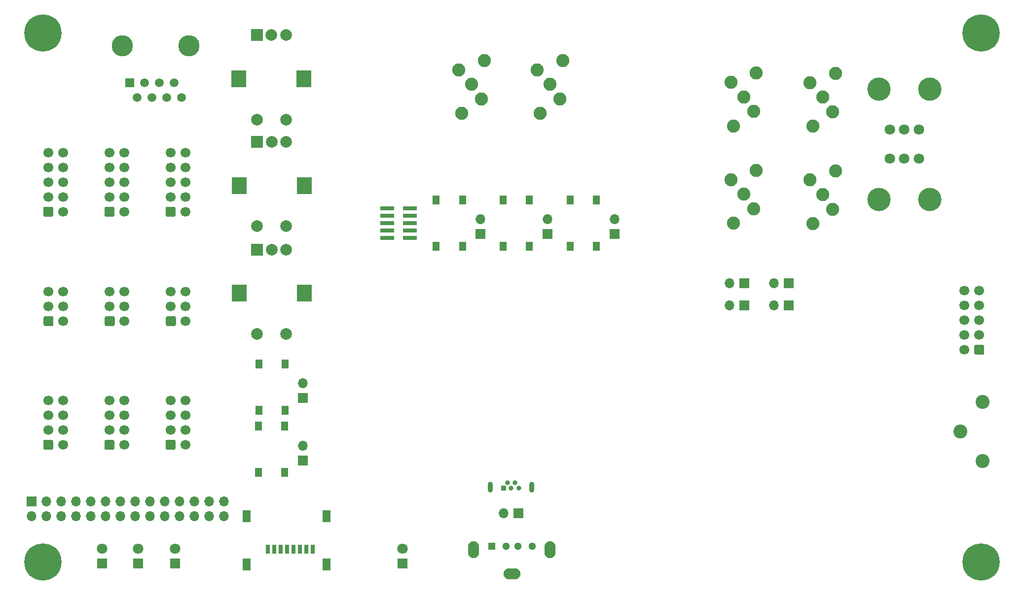
<source format=gbr>
%TF.GenerationSoftware,KiCad,Pcbnew,(5.1.8-0-10_14)*%
%TF.CreationDate,2021-03-03T20:06:49+01:00*%
%TF.ProjectId,KLST_CORE,4b4c5354-5f43-44f5-9245-2e6b69636164,v0.1*%
%TF.SameCoordinates,Original*%
%TF.FileFunction,Soldermask,Bot*%
%TF.FilePolarity,Negative*%
%FSLAX46Y46*%
G04 Gerber Fmt 4.6, Leading zero omitted, Abs format (unit mm)*
G04 Created by KiCad (PCBNEW (5.1.8-0-10_14)) date 2021-03-03 20:06:49*
%MOMM*%
%LPD*%
G01*
G04 APERTURE LIST*
%ADD10C,1.700000*%
%ADD11O,1.700000X1.700000*%
%ADD12R,1.700000X1.700000*%
%ADD13R,2.000000X2.000000*%
%ADD14C,2.000000*%
%ADD15R,2.500000X3.000000*%
%ADD16C,3.650000*%
%ADD17R,1.500000X1.500000*%
%ADD18C,1.500000*%
%ADD19C,1.800000*%
%ADD20R,1.800000X1.800000*%
%ADD21R,1.300000X1.550000*%
%ADD22C,2.250000*%
%ADD23C,2.400000*%
%ADD24C,4.000000*%
%ADD25R,2.400000X0.740000*%
%ADD26O,0.850000X1.850000*%
%ADD27C,0.840000*%
%ADD28R,0.840000X0.840000*%
%ADD29O,2.900000X1.900000*%
%ADD30O,1.900000X2.900000*%
%ADD31C,1.300000*%
%ADD32R,1.300000X1.300000*%
%ADD33R,0.800000X1.500000*%
%ADD34R,1.450000X2.000000*%
%ADD35C,0.800000*%
%ADD36C,6.400000*%
G04 APERTURE END LIST*
D10*
%TO.C,J24*%
X72930000Y-120680000D03*
X72930000Y-123220000D03*
X72930000Y-125760000D03*
X72930000Y-128300000D03*
X70390000Y-120680000D03*
X70390000Y-123220000D03*
X70390000Y-125760000D03*
G36*
G01*
X69540000Y-128900000D02*
X69540000Y-127700000D01*
G75*
G02*
X69790000Y-127450000I250000J0D01*
G01*
X70990000Y-127450000D01*
G75*
G02*
X71240000Y-127700000I0J-250000D01*
G01*
X71240000Y-128900000D01*
G75*
G02*
X70990000Y-129150000I-250000J0D01*
G01*
X69790000Y-129150000D01*
G75*
G02*
X69540000Y-128900000I0J250000D01*
G01*
G37*
%TD*%
D11*
%TO.C,J5*%
X79520000Y-140630000D03*
X79520000Y-138090000D03*
X76980000Y-140630000D03*
X76980000Y-138090000D03*
X74440000Y-140630000D03*
X74440000Y-138090000D03*
X71900000Y-140630000D03*
X71900000Y-138090000D03*
X69360000Y-140630000D03*
X69360000Y-138090000D03*
X66820000Y-140630000D03*
X66820000Y-138090000D03*
X64280000Y-140630000D03*
X64280000Y-138090000D03*
X61740000Y-140630000D03*
X61740000Y-138090000D03*
X59200000Y-140630000D03*
X59200000Y-138090000D03*
X56660000Y-140630000D03*
X56660000Y-138090000D03*
X54120000Y-140630000D03*
X54120000Y-138090000D03*
X51580000Y-140630000D03*
X51580000Y-138090000D03*
X49040000Y-140630000D03*
X49040000Y-138090000D03*
X46500000Y-140630000D03*
D12*
X46500000Y-138090000D03*
%TD*%
D13*
%TO.C,SW8*%
X85200000Y-57900000D03*
D14*
X87700000Y-57900000D03*
X90200000Y-57900000D03*
D15*
X82100000Y-65400000D03*
X93300000Y-65400000D03*
D14*
X85200000Y-72400000D03*
X90200000Y-72400000D03*
%TD*%
D16*
%TO.C,J1*%
X73560000Y-59750000D03*
X62130000Y-59750000D03*
D17*
X63400000Y-66100000D03*
D18*
X64670000Y-68640000D03*
X65940000Y-66100000D03*
X67210000Y-68640000D03*
X68480000Y-66100000D03*
X69750000Y-68640000D03*
X71020000Y-66100000D03*
X72290000Y-68640000D03*
%TD*%
D10*
%TO.C,J16*%
X51940000Y-78090000D03*
X51940000Y-80630000D03*
X51940000Y-83170000D03*
X51940000Y-85710000D03*
X51940000Y-88250000D03*
X49400000Y-78090000D03*
X49400000Y-80630000D03*
X49400000Y-83170000D03*
X49400000Y-85710000D03*
G36*
G01*
X48550000Y-88850000D02*
X48550000Y-87650000D01*
G75*
G02*
X48800000Y-87400000I250000J0D01*
G01*
X50000000Y-87400000D01*
G75*
G02*
X50250000Y-87650000I0J-250000D01*
G01*
X50250000Y-88850000D01*
G75*
G02*
X50000000Y-89100000I-250000J0D01*
G01*
X48800000Y-89100000D01*
G75*
G02*
X48550000Y-88850000I0J250000D01*
G01*
G37*
%TD*%
%TO.C,J8*%
X206660000Y-101820000D03*
X206660000Y-104360000D03*
X206660000Y-106900000D03*
X206660000Y-109440000D03*
X206660000Y-111980000D03*
X209200000Y-101820000D03*
X209200000Y-104360000D03*
X209200000Y-106900000D03*
X209200000Y-109440000D03*
G36*
G01*
X210050000Y-111380000D02*
X210050000Y-112580000D01*
G75*
G02*
X209800000Y-112830000I-250000J0D01*
G01*
X208600000Y-112830000D01*
G75*
G02*
X208350000Y-112580000I0J250000D01*
G01*
X208350000Y-111380000D01*
G75*
G02*
X208600000Y-111130000I250000J0D01*
G01*
X209800000Y-111130000D01*
G75*
G02*
X210050000Y-111380000I0J-250000D01*
G01*
G37*
%TD*%
%TO.C,J19*%
X62490000Y-101970000D03*
X62490000Y-104510000D03*
X62490000Y-107050000D03*
X59950000Y-101970000D03*
X59950000Y-104510000D03*
G36*
G01*
X59100000Y-107650000D02*
X59100000Y-106450000D01*
G75*
G02*
X59350000Y-106200000I250000J0D01*
G01*
X60550000Y-106200000D01*
G75*
G02*
X60800000Y-106450000I0J-250000D01*
G01*
X60800000Y-107650000D01*
G75*
G02*
X60550000Y-107900000I-250000J0D01*
G01*
X59350000Y-107900000D01*
G75*
G02*
X59100000Y-107650000I0J250000D01*
G01*
G37*
%TD*%
%TO.C,J17*%
X51990000Y-101970000D03*
X51990000Y-104510000D03*
X51990000Y-107050000D03*
X49450000Y-101970000D03*
X49450000Y-104510000D03*
G36*
G01*
X48600000Y-107650000D02*
X48600000Y-106450000D01*
G75*
G02*
X48850000Y-106200000I250000J0D01*
G01*
X50050000Y-106200000D01*
G75*
G02*
X50300000Y-106450000I0J-250000D01*
G01*
X50300000Y-107650000D01*
G75*
G02*
X50050000Y-107900000I-250000J0D01*
G01*
X48850000Y-107900000D01*
G75*
G02*
X48600000Y-107650000I0J250000D01*
G01*
G37*
%TD*%
%TO.C,J22*%
X72990000Y-101970000D03*
X72990000Y-104510000D03*
X72990000Y-107050000D03*
X70450000Y-101970000D03*
X70450000Y-104510000D03*
G36*
G01*
X69600000Y-107650000D02*
X69600000Y-106450000D01*
G75*
G02*
X69850000Y-106200000I250000J0D01*
G01*
X71050000Y-106200000D01*
G75*
G02*
X71300000Y-106450000I0J-250000D01*
G01*
X71300000Y-107650000D01*
G75*
G02*
X71050000Y-107900000I-250000J0D01*
G01*
X69850000Y-107900000D01*
G75*
G02*
X69600000Y-107650000I0J250000D01*
G01*
G37*
%TD*%
D19*
%TO.C,D4*%
X110200000Y-146200000D03*
D20*
X110200000Y-148740000D03*
%TD*%
D19*
%TO.C,D1*%
X58600000Y-146210000D03*
D20*
X58600000Y-148750000D03*
%TD*%
D19*
%TO.C,D3*%
X71200000Y-146210000D03*
D20*
X71200000Y-148750000D03*
%TD*%
D19*
%TO.C,D2*%
X64850000Y-146210000D03*
D20*
X64850000Y-148750000D03*
%TD*%
D21*
%TO.C,SW2*%
X127500000Y-86225000D03*
X132000000Y-86225000D03*
X132000000Y-94175000D03*
X127500000Y-94175000D03*
%TD*%
D11*
%TO.C,JP2*%
X135100000Y-89560000D03*
D12*
X135100000Y-92100000D03*
%TD*%
D11*
%TO.C,JP6*%
X127560000Y-140100000D03*
D12*
X130100000Y-140100000D03*
%TD*%
D11*
%TO.C,JP10*%
X166300000Y-100540000D03*
D12*
X168840000Y-100540000D03*
%TD*%
D11*
%TO.C,JP9*%
X173920000Y-100540000D03*
D12*
X176460000Y-100540000D03*
%TD*%
D11*
%TO.C,JP8*%
X166300000Y-104370000D03*
D12*
X168840000Y-104370000D03*
%TD*%
D11*
%TO.C,JP7*%
X173920000Y-104370000D03*
D12*
X176460000Y-104370000D03*
%TD*%
D21*
%TO.C,SW1*%
X120500000Y-94175000D03*
X116000000Y-94175000D03*
X116000000Y-86225000D03*
X120500000Y-86225000D03*
%TD*%
%TO.C,SW5*%
X139000000Y-86265000D03*
X143500000Y-86265000D03*
X143500000Y-94215000D03*
X139000000Y-94215000D03*
%TD*%
%TO.C,SW4*%
X85500000Y-125095000D03*
X90000000Y-125095000D03*
X90000000Y-133045000D03*
X85500000Y-133045000D03*
%TD*%
%TO.C,SW3*%
X85550000Y-114425000D03*
X90050000Y-114425000D03*
X90050000Y-122375000D03*
X85550000Y-122375000D03*
%TD*%
D11*
%TO.C,JP1*%
X123600000Y-89560000D03*
D12*
X123600000Y-92100000D03*
%TD*%
D11*
%TO.C,JP5*%
X146600000Y-89560000D03*
D12*
X146600000Y-92100000D03*
%TD*%
D11*
%TO.C,JP4*%
X93100000Y-128460000D03*
D12*
X93100000Y-131000000D03*
%TD*%
D11*
%TO.C,JP3*%
X93100000Y-117760000D03*
D12*
X93100000Y-120300000D03*
%TD*%
D22*
%TO.C,J15*%
X168750000Y-68500000D03*
X167050000Y-73500000D03*
X170450000Y-71000000D03*
X166550000Y-66000000D03*
X170950000Y-64400000D03*
%TD*%
%TO.C,J13*%
X168750000Y-85250000D03*
X167050000Y-90250000D03*
X170450000Y-87750000D03*
X166550000Y-82750000D03*
X170950000Y-81150000D03*
%TD*%
D13*
%TO.C,SW9*%
X85250000Y-94750000D03*
D14*
X87750000Y-94750000D03*
X90250000Y-94750000D03*
D15*
X82150000Y-102250000D03*
X93350000Y-102250000D03*
D14*
X85250000Y-109250000D03*
X90250000Y-109250000D03*
%TD*%
D13*
%TO.C,SW7*%
X85250000Y-76250000D03*
D14*
X87750000Y-76250000D03*
X90250000Y-76250000D03*
D15*
X82150000Y-83750000D03*
X93350000Y-83750000D03*
D14*
X85250000Y-90750000D03*
X90250000Y-90750000D03*
%TD*%
D23*
%TO.C,SW6*%
X205990000Y-126020000D03*
X209800000Y-120940000D03*
X209800000Y-131100000D03*
%TD*%
D24*
%TO.C,RV2*%
X191950000Y-67150000D03*
X200750000Y-67150000D03*
D19*
X193850000Y-74150000D03*
X196350000Y-74150000D03*
X198850000Y-74150000D03*
%TD*%
D24*
%TO.C,RV1*%
X200750000Y-86150000D03*
X191950000Y-86150000D03*
D19*
X198850000Y-79150000D03*
X196350000Y-79150000D03*
X193850000Y-79150000D03*
%TD*%
D10*
%TO.C,J23*%
X72940000Y-78090000D03*
X72940000Y-80630000D03*
X72940000Y-83170000D03*
X72940000Y-85710000D03*
X72940000Y-88250000D03*
X70400000Y-78090000D03*
X70400000Y-80630000D03*
X70400000Y-83170000D03*
X70400000Y-85710000D03*
G36*
G01*
X69550000Y-88850000D02*
X69550000Y-87650000D01*
G75*
G02*
X69800000Y-87400000I250000J0D01*
G01*
X71000000Y-87400000D01*
G75*
G02*
X71250000Y-87650000I0J-250000D01*
G01*
X71250000Y-88850000D01*
G75*
G02*
X71000000Y-89100000I-250000J0D01*
G01*
X69800000Y-89100000D01*
G75*
G02*
X69550000Y-88850000I0J250000D01*
G01*
G37*
%TD*%
%TO.C,J21*%
X62430000Y-120710000D03*
X62430000Y-123250000D03*
X62430000Y-125790000D03*
X62430000Y-128330000D03*
X59890000Y-120710000D03*
X59890000Y-123250000D03*
X59890000Y-125790000D03*
G36*
G01*
X59040000Y-128930000D02*
X59040000Y-127730000D01*
G75*
G02*
X59290000Y-127480000I250000J0D01*
G01*
X60490000Y-127480000D01*
G75*
G02*
X60740000Y-127730000I0J-250000D01*
G01*
X60740000Y-128930000D01*
G75*
G02*
X60490000Y-129180000I-250000J0D01*
G01*
X59290000Y-129180000D01*
G75*
G02*
X59040000Y-128930000I0J250000D01*
G01*
G37*
%TD*%
%TO.C,J20*%
X62440000Y-78090000D03*
X62440000Y-80630000D03*
X62440000Y-83170000D03*
X62440000Y-85710000D03*
X62440000Y-88250000D03*
X59900000Y-78090000D03*
X59900000Y-80630000D03*
X59900000Y-83170000D03*
X59900000Y-85710000D03*
G36*
G01*
X59050000Y-88850000D02*
X59050000Y-87650000D01*
G75*
G02*
X59300000Y-87400000I250000J0D01*
G01*
X60500000Y-87400000D01*
G75*
G02*
X60750000Y-87650000I0J-250000D01*
G01*
X60750000Y-88850000D01*
G75*
G02*
X60500000Y-89100000I-250000J0D01*
G01*
X59300000Y-89100000D01*
G75*
G02*
X59050000Y-88850000I0J250000D01*
G01*
G37*
%TD*%
%TO.C,J18*%
X51930000Y-120680000D03*
X51930000Y-123220000D03*
X51930000Y-125760000D03*
X51930000Y-128300000D03*
X49390000Y-120680000D03*
X49390000Y-123220000D03*
X49390000Y-125760000D03*
G36*
G01*
X48540000Y-128900000D02*
X48540000Y-127700000D01*
G75*
G02*
X48790000Y-127450000I250000J0D01*
G01*
X49990000Y-127450000D01*
G75*
G02*
X50240000Y-127700000I0J-250000D01*
G01*
X50240000Y-128900000D01*
G75*
G02*
X49990000Y-129150000I-250000J0D01*
G01*
X48790000Y-129150000D01*
G75*
G02*
X48540000Y-128900000I0J250000D01*
G01*
G37*
%TD*%
D22*
%TO.C,J14*%
X182320000Y-68540000D03*
X180620000Y-73540000D03*
X184020000Y-71040000D03*
X180120000Y-66040000D03*
X184520000Y-64440000D03*
%TD*%
%TO.C,J12*%
X182320000Y-85300000D03*
X180620000Y-90300000D03*
X184020000Y-87800000D03*
X180120000Y-82800000D03*
X184520000Y-81200000D03*
%TD*%
%TO.C,J11*%
X135550000Y-66350000D03*
X133850000Y-71350000D03*
X137250000Y-68850000D03*
X133350000Y-63850000D03*
X137750000Y-62250000D03*
%TD*%
%TO.C,J10*%
X122050000Y-66350000D03*
X120350000Y-71350000D03*
X123750000Y-68850000D03*
X119850000Y-63850000D03*
X124250000Y-62250000D03*
%TD*%
D25*
%TO.C,J9*%
X107550000Y-92740000D03*
X111450000Y-92740000D03*
X107550000Y-91470000D03*
X111450000Y-91470000D03*
X107550000Y-90200000D03*
X111450000Y-90200000D03*
X107550000Y-88930000D03*
X111450000Y-88930000D03*
X107550000Y-87660000D03*
X111450000Y-87660000D03*
%TD*%
D26*
%TO.C,J4*%
X132425000Y-135580000D03*
X125275000Y-135580000D03*
D27*
X130150000Y-135800000D03*
X129500000Y-134800000D03*
X128850000Y-135800000D03*
X128200000Y-134800000D03*
D28*
X127550000Y-135800000D03*
%TD*%
D29*
%TO.C,J3*%
X128990000Y-150530000D03*
D30*
X135560000Y-146350000D03*
X122420000Y-146350000D03*
D31*
X132490000Y-145750000D03*
X129990000Y-145750000D03*
X127990000Y-145750000D03*
D32*
X125490000Y-145750000D03*
%TD*%
D33*
%TO.C,J2*%
X87100000Y-146250000D03*
X88200000Y-146250000D03*
X89300000Y-146250000D03*
X90400000Y-146250000D03*
X91500000Y-146250000D03*
X92600000Y-146250000D03*
X93700000Y-146250000D03*
X94800000Y-146250000D03*
D34*
X97175000Y-140550000D03*
X83425000Y-140550000D03*
X83425000Y-148850000D03*
X97175000Y-148850000D03*
%TD*%
D35*
%TO.C,H4*%
X50197056Y-146802944D03*
X48500000Y-146100000D03*
X46802944Y-146802944D03*
X46100000Y-148500000D03*
X46802944Y-150197056D03*
X48500000Y-150900000D03*
X50197056Y-150197056D03*
X50900000Y-148500000D03*
D36*
X48500000Y-148500000D03*
%TD*%
D35*
%TO.C,H3*%
X211197056Y-146802944D03*
X209500000Y-146100000D03*
X207802944Y-146802944D03*
X207100000Y-148500000D03*
X207802944Y-150197056D03*
X209500000Y-150900000D03*
X211197056Y-150197056D03*
X211900000Y-148500000D03*
D36*
X209500000Y-148500000D03*
%TD*%
D35*
%TO.C,H2*%
X211197056Y-55802944D03*
X209500000Y-55100000D03*
X207802944Y-55802944D03*
X207100000Y-57500000D03*
X207802944Y-59197056D03*
X209500000Y-59900000D03*
X211197056Y-59197056D03*
X211900000Y-57500000D03*
D36*
X209500000Y-57500000D03*
%TD*%
D35*
%TO.C,H1*%
X50197056Y-55802944D03*
X48500000Y-55100000D03*
X46802944Y-55802944D03*
X46100000Y-57500000D03*
X46802944Y-59197056D03*
X48500000Y-59900000D03*
X50197056Y-59197056D03*
X50900000Y-57500000D03*
D36*
X48500000Y-57500000D03*
%TD*%
M02*

</source>
